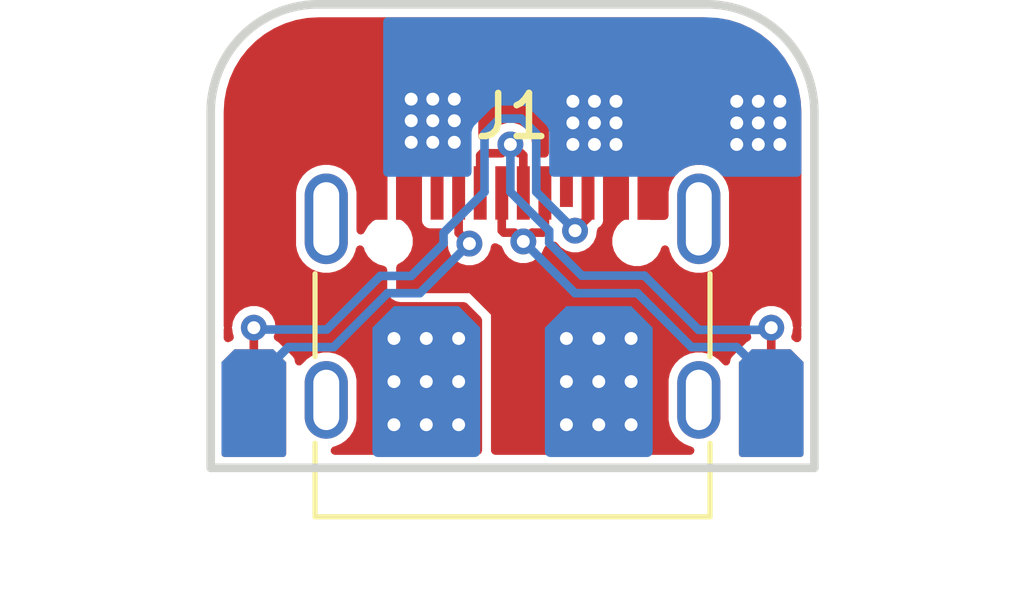
<source format=kicad_pcb>
(kicad_pcb (version 20240108) (generator "pcbnew") (generator_version "8.0")
  (layers (0 "F.Cu" signal) (31 "B.Cu" signal) (34 "B.Paste" user) (35 "F.Paste" user) (36 "B.SilkS" user "B.Silkscreen") (37 "F.SilkS" user "F.Silkscreen") (38 "B.Mask" user) (39 "F.Mask" user) (44 "Edge.Cuts" user))
  (net 0 "")
  (net 1 "Net-(U1-D+)")
  (net 2 "Net-(U1-D-)")
  (net 4 "Net-(U1-GND)")
  (net 5 "Net-(J1-CC1)")
  (net 6 "Net-(U1-VBUS)")
  (net 7 "Net-(J1-CC2)")
  (footprint "Connector_USB:USB_C_Receptacle_G-Switch_GT-USB-7010ASV" (layer "F.Cu") (at 100 97.35)
    (property "Reference" "J1" (at 0 -5.5 0) (layer "F.SilkS"))
    (property "Value" "USB_C_Receptacle_USB2.0_14P")
    (fp_line (start -4.58 -1.85) (end -4.58 0.07) (stroke (width 0.12)) (layer "F.SilkS"))
    (fp_line (start -4.58 3.785) (end -4.58 2.08) (stroke (width 0.12)) (layer "F.SilkS"))
    (fp_line (start 4.58 0.07) (end 4.58 -1.85) (stroke (width 0.12)) (layer "F.SilkS"))
    (fp_line (start 4.58 2.08) (end 4.58 3.785) (stroke (width 0.12)) (layer "F.SilkS"))
    (fp_line (start 4.58 3.785) (end -4.58 3.785) (stroke (width 0.12)) (layer "F.SilkS"))
    (pad "" np_thru_hole circle (at -2.89 -2.605) (size 0.65 0.65) (drill 0.65) (layers "*.Cu" "*.Mask"))
    (pad "" np_thru_hole circle (at 2.89 -2.605) (size 0.65 0.65) (drill 0.65) (layers "*.Cu" "*.Mask"))
    (pad "A1" smd rect (at -3.2 -3.725) (size 0.6 1.24) (layers "F.Cu" "F.Paste" "F.Mask") (net 4 "Net-(U1-GND)"))
    (pad "A4" smd rect (at -2.4 -3.725) (size 0.6 1.24) (layers "F.Cu" "F.Paste" "F.Mask") (net 6 "Net-(U1-VBUS)"))
    (pad "A5" smd rect (at -1.25 -3.725) (size 0.3 1.24) (layers "F.Cu" "F.Paste" "F.Mask") (net 5 "Net-(J1-CC1)"))
    (pad "A6" smd rect (at -0.25 -3.725) (size 0.3 1.24) (layers "F.Cu" "F.Paste" "F.Mask") (net 1 "Net-(U1-D+)"))
    (pad "A7" smd rect (at 0.25 -3.725) (size 0.3 1.24) (layers "F.Cu" "F.Paste" "F.Mask") (net 2 "Net-(U1-D-)"))
    (pad "A8" smd rect (at 1.25 -3.8725) (size 0.3 0.945) (layers "F.Cu" "F.Paste" "F.Mask"))
    (pad "A9" smd rect (at 2.4 -3.725) (size 0.6 1.24) (layers "F.Cu" "F.Paste" "F.Mask") (net 6 "Net-(U1-VBUS)"))
    (pad "A12" smd rect (at 3.2 -3.725) (size 0.6 1.24) (layers "F.Cu" "F.Paste" "F.Mask") (net 4 "Net-(U1-GND)"))
    (pad "B1" smd rect (at 3.2 -3.725) (size 0.6 1.24) (layers "F.Cu" "F.Paste" "F.Mask") (net 4 "Net-(U1-GND)"))
    (pad "B4" smd rect (at 2.4 -3.725) (size 0.6 1.24) (layers "F.Cu" "F.Paste" "F.Mask") (net 6 "Net-(U1-VBUS)"))
    (pad "B5" smd rect (at 1.75 -3.725) (size 0.3 1.24) (layers "F.Cu" "F.Paste" "F.Mask") (net 7 "Net-(J1-CC2)"))
    (pad "B6" smd rect (at 0.75 -3.725) (size 0.3 1.24) (layers "F.Cu" "F.Paste" "F.Mask") (net 1 "Net-(U1-D+)"))
    (pad "B7" smd rect (at -0.75 -3.725) (size 0.3 1.24) (layers "F.Cu" "F.Paste" "F.Mask") (net 2 "Net-(U1-D-)"))
    (pad "B8" smd rect (at -1.75 -3.725) (size 0.3 1.24) (layers "F.Cu" "F.Paste" "F.Mask"))
    (pad "B9" smd rect (at -2.4 -3.725) (size 0.6 1.24) (layers "F.Cu" "F.Paste" "F.Mask") (net 6 "Net-(U1-VBUS)"))
    (pad "B12" smd rect (at -3.2 -3.725) (size 0.6 1.24) (layers "F.Cu" "F.Paste" "F.Mask") (net 4 "Net-(U1-GND)"))
    (pad "S1" thru_hole oval (at -4.32 -3.125) (size 1 2.1) (drill oval 0.6 1.7) (layers "*.Cu" "*.Mask"))
    (pad "S1" thru_hole oval (at -4.32 1.075) (size 1 1.8) (drill oval 0.6 1.4) (layers "*.Cu" "*.Mask"))
    (pad "S1" thru_hole oval (at 4.32 -3.125) (size 1 2.1) (drill oval 0.6 1.7) (layers "*.Cu" "*.Mask"))
    (pad "S1" thru_hole oval (at 4.32 1.075) (size 1 1.8) (drill oval 0.6 1.4) (layers "*.Cu" "*.Mask"))
  )
  (footprint "Type-C-Recessed:Type-C-Recessed-PD Tombstone" (layer "F.Cu") (at 100 100)
    (property "Reference" "U1" (hide yes))
    (property "Value" "~")
    (pad "1" smd roundrect (at -2 -2) (size 2.5 3.5) (layers "B.Cu" "B.Mask") (roundrect_rratio 0.05) (chamfer_ratio 0.2) (chamfer top_left top_right) (net 4 "Net-(U1-GND)"))
    (pad "2" smd roundrect (at 2 -2) (size 2.5 3.5) (layers "B.Cu" "B.Mask") (roundrect_rratio 0.05) (chamfer_ratio 0.2) (chamfer top_left top_right) (net 6 "Net-(U1-VBUS)"))
    (pad "3" smd roundrect (at -6 -1.5) (size 1.5 2.5) (layers "B.Cu" "B.Mask") (roundrect_rratio 0.05) (chamfer_ratio 0.2) (chamfer top_left top_right) (net 5 "Net-(J1-CC1)"))
    (pad "4" smd roundrect (at -6 -1.5) (size 1.5 2.5) (layers "F.Cu" "F.Mask") (roundrect_rratio 0.05) (chamfer_ratio 0.2) (chamfer top_left top_right) (net 7 "Net-(J1-CC2)"))
    (pad "5" smd roundrect (at 6 -1.5) (size 1.5 2.5) (layers "B.Cu" "B.Mask") (roundrect_rratio 0.05) (chamfer_ratio 0.2) (chamfer top_left top_right) (net 1 "Net-(U1-D+)"))
    (pad "6" smd roundrect (at 6 -1.5) (size 1.5 2.5) (layers "F.Cu" "F.Mask") (roundrect_rratio 0.05) (chamfer_ratio 0.2) (chamfer top_left top_right) (net 2 "Net-(U1-D-)"))
  )
  (gr_line (start 93 100) (end 93 91.75) (stroke (width 0.2)) (layer "Edge.Cuts"))
  (gr_line (start 107 100) (end 93 100) (stroke (width 0.2)) (layer "Edge.Cuts"))
  (gr_arc (start 104.5 89.25) (mid 106.267767 89.982233) (end 107 91.75) (stroke (width 0.2)) (layer "Edge.Cuts"))
  (gr_line (start 107 91.75) (end 107 100) (stroke (width 0.2)) (layer "Edge.Cuts"))
  (gr_arc (start 93 91.75) (mid 93.732233 89.982233) (end 95.5 89.25) (stroke (width 0.2)) (layer "Edge.Cuts"))
  (gr_line (start 95.5 89.25) (end 104.5 89.25) (stroke (width 0.2)) (layer "Edge.Cuts"))
  (segment (start 100.75 94.495) (end 100.75 93.625) (width 0.2) (layer "F.Cu") (net 1))
  (segment (start 100.045 94.545) (end 99.8 94.545) (width 0.2) (layer "F.Cu") (net 1))
  (segment (start 100.455 94.545) (end 100.7 94.545) (width 0.2) (layer "F.Cu") (net 1))
  (segment (start 100.7 94.545) (end 100.75 94.495) (width 0.2) (layer "F.Cu") (net 1))
  (segment (start 100.25 94.75) (end 100.045 94.545) (width 0.2) (layer "F.Cu") (net 1))
  (segment (start 99.75 94.495) (end 99.75 93.625) (width 0.2) (layer "F.Cu") (net 1))
  (segment (start 100.25 94.75) (end 100.455 94.545) (width 0.2) (layer "F.Cu") (net 1))
  (segment (start 99.8 94.545) (end 99.75 94.495) (width 0.2) (layer "F.Cu") (net 1))
  (via (at 100.25 94.75) (size 0.6) (drill 0.3) (layers "F.Cu" "B.Cu") (net 1))
  (segment (start 100.25 94.75) (end 101.45 95.95) (width 0.2) (layer "B.Cu") (net 1))
  (segment (start 101.45 95.95) (end 102.9 95.95) (width 0.2) (layer "B.Cu") (net 1))
  (segment (start 106 98) (end 106 98.5) (width 0.2) (layer "B.Cu") (net 1))
  (segment (start 104.15 97.2) (end 105.2 97.2) (width 0.2) (layer "B.Cu") (net 1))
  (segment (start 102.9 95.95) (end 104.15 97.2) (width 0.2) (layer "B.Cu") (net 1))
  (segment (start 105.2 97.2) (end 106 98) (width 0.2) (layer "B.Cu") (net 1))
  (segment (start 100.25 92.755) (end 100.25 93.625) (width 0.2) (layer "F.Cu") (net 2))
  (segment (start 106 96.75) (end 106 98.5) (width 0.2) (layer "F.Cu") (net 2))
  (segment (start 99.745 92.705) (end 99.3 92.705) (width 0.2) (layer "F.Cu") (net 2))
  (segment (start 99.95 92.5) (end 100.155 92.705) (width 0.2) (layer "F.Cu") (net 2))
  (segment (start 100.2 92.705) (end 100.25 92.755) (width 0.2) (layer "F.Cu") (net 2))
  (segment (start 99.3 92.705) (end 99.25 92.755) (width 0.2) (layer "F.Cu") (net 2))
  (segment (start 99.25 92.755) (end 99.25 93.625) (width 0.2) (layer "F.Cu") (net 2))
  (segment (start 99.95 92.5) (end 99.745 92.705) (width 0.2) (layer "F.Cu") (net 2))
  (segment (start 100.155 92.705) (end 100.2 92.705) (width 0.2) (layer "F.Cu") (net 2))
  (via (at 99.95 92.5) (size 0.6) (drill 0.3) (layers "F.Cu" "B.Cu") (net 2))
  (via (at 106 96.75) (size 0.6) (drill 0.3) (layers "F.Cu" "B.Cu") (net 2))
  (segment (start 104.315686 96.8) (end 103.057843 95.542157) (width 0.2) (layer "B.Cu") (net 2))
  (segment (start 100.85 94.501471) (end 99.95 93.601471) (width 0.2) (layer "B.Cu") (net 2))
  (segment (start 101.607843 95.542157) (end 100.85 94.784314) (width 0.2) (layer "B.Cu") (net 2))
  (segment (start 99.95 93.601471) (end 99.95 92.5) (width 0.2) (layer "B.Cu") (net 2))
  (segment (start 100.85 94.784314) (end 100.85 94.501471) (width 0.2) (layer "B.Cu") (net 2))
  (segment (start 105.95 96.8) (end 104.315686 96.8) (width 0.2) (layer "B.Cu") (net 2))
  (segment (start 106 96.75) (end 105.95 96.8) (width 0.2) (layer "B.Cu") (net 2))
  (segment (start 103.057843 95.542157) (end 101.607843 95.542157) (width 0.2) (layer "B.Cu") (net 2))
  (via (at 98.75 97) (size 0.6) (drill 0.3) (layers "F.Cu" "B.Cu") (net 4))
  (via (at 98 99) (size 0.6) (drill 0.3) (layers "F.Cu" "B.Cu") (net 4))
  (via (at 98.75 98) (size 0.6) (drill 0.3) (layers "F.Cu" "B.Cu") (net 4))
  (via (at 98 98) (size 0.6) (drill 0.3) (layers "F.Cu" "B.Cu") (net 4))
  (via (at 97.25 98) (size 0.6) (drill 0.3) (layers "F.Cu" "B.Cu") (net 4))
  (via (at 98.75 99) (size 0.6) (drill 0.3) (layers "F.Cu" "B.Cu") (net 4))
  (via (at 98 97) (size 0.6) (drill 0.3) (layers "F.Cu" "B.Cu") (net 4))
  (via (at 97.25 97) (size 0.6) (drill 0.3) (layers "F.Cu" "B.Cu") (net 4))
  (via (at 97.25 99) (size 0.6) (drill 0.3) (layers "F.Cu" "B.Cu") (net 4))
  (segment (start 98.75 94.55) (end 98.75 93.625) (width 0.2) (layer "F.Cu") (net 5))
  (segment (start 99 94.8) (end 98.75 94.55) (width 0.2) (layer "F.Cu") (net 5))
  (via (at 99 94.8) (size 0.6) (drill 0.3) (layers "F.Cu" "B.Cu") (net 5))
  (segment (start 97.85 95.95) (end 97.1 95.95) (width 0.2) (layer "B.Cu") (net 5))
  (segment (start 94.8 97.2) (end 94 98) (width 0.2) (layer "B.Cu") (net 5))
  (segment (start 97.1 95.95) (end 95.85 97.2) (width 0.2) (layer "B.Cu") (net 5))
  (segment (start 95.85 97.2) (end 94.8 97.2) (width 0.2) (layer "B.Cu") (net 5))
  (segment (start 99 94.8) (end 97.85 95.95) (width 0.2) (layer "B.Cu") (net 5))
  (segment (start 94 98) (end 94 98.5) (width 0.2) (layer "B.Cu") (net 5))
  (via (at 105.2 91.5) (size 0.6) (drill 0.3) (layers "F.Cu" "B.Cu") (net 6))
  (via (at 101.25 98) (size 0.6) (drill 0.3) (layers "F.Cu" "B.Cu") (net 6))
  (via (at 101.4 91.5) (size 0.6) (drill 0.3) (layers "F.Cu" "B.Cu") (net 6))
  (via (at 105.7 92) (size 0.6) (drill 0.3) (layers "F.Cu" "B.Cu") (net 6))
  (via (at 101.25 99) (size 0.6) (drill 0.3) (layers "F.Cu" "B.Cu") (net 6))
  (via (at 102 99) (size 0.6) (drill 0.3) (layers "F.Cu" "B.Cu") (net 6))
  (via (at 101.4 92) (size 0.6) (drill 0.3) (layers "F.Cu" "B.Cu") (net 6))
  (via (at 105.7 92.5) (size 0.6) (drill 0.3) (layers "F.Cu" "B.Cu") (net 6))
  (via (at 101.9 91.5) (size 0.6) (drill 0.3) (layers "F.Cu" "B.Cu") (net 6))
  (via (at 102.75 99) (size 0.6) (drill 0.3) (layers "F.Cu" "B.Cu") (net 6))
  (via (at 97.65 91.95) (size 0.6) (drill 0.3) (layers "F.Cu" "B.Cu") (net 6))
  (via (at 105.2 92.5) (size 0.6) (drill 0.3) (layers "F.Cu" "B.Cu") (net 6))
  (via (at 101.25 97) (size 0.6) (drill 0.3) (layers "F.Cu" "B.Cu") (net 6))
  (via (at 106.2 92.5) (size 0.6) (drill 0.3) (layers "F.Cu" "B.Cu") (net 6))
  (via (at 97.65 91.45) (size 0.6) (drill 0.3) (layers "F.Cu" "B.Cu") (net 6))
  (via (at 102.4 91.5) (size 0.6) (drill 0.3) (layers "F.Cu" "B.Cu") (net 6))
  (via (at 98.15 91.45) (size 0.6) (drill 0.3) (layers "F.Cu" "B.Cu") (net 6))
  (via (at 98.65 91.45) (size 0.6) (drill 0.3) (layers "F.Cu" "B.Cu") (net 6))
  (via (at 102.4 92.5) (size 0.6) (drill 0.3) (layers "F.Cu" "B.Cu") (net 6))
  (via (at 102 98) (size 0.6) (drill 0.3) (layers "F.Cu" "B.Cu") (net 6))
  (via (at 106.2 91.5) (size 0.6) (drill 0.3) (layers "F.Cu" "B.Cu") (net 6))
  (via (at 98.65 92.45) (size 0.6) (drill 0.3) (layers "F.Cu" "B.Cu") (net 6))
  (via (at 105.2 92) (size 0.6) (drill 0.3) (layers "F.Cu" "B.Cu") (net 6))
  (via (at 98.65 91.95) (size 0.6) (drill 0.3) (layers "F.Cu" "B.Cu") (net 6))
  (via (at 101.9 92.5) (size 0.6) (drill 0.3) (layers "F.Cu" "B.Cu") (net 6))
  (via (at 98.15 92.45) (size 0.6) (drill 0.3) (layers "F.Cu" "B.Cu") (net 6))
  (via (at 106.2 92) (size 0.6) (drill 0.3) (layers "F.Cu" "B.Cu") (net 6))
  (via (at 102.75 98) (size 0.6) (drill 0.3) (layers "F.Cu" "B.Cu") (net 6))
  (via (at 102.75 97) (size 0.6) (drill 0.3) (layers "F.Cu" "B.Cu") (net 6))
  (via (at 102.4 92) (size 0.6) (drill 0.3) (layers "F.Cu" "B.Cu") (net 6))
  (via (at 102 97) (size 0.6) (drill 0.3) (layers "F.Cu" "B.Cu") (net 6))
  (via (at 105.7 91.5) (size 0.6) (drill 0.3) (layers "F.Cu" "B.Cu") (net 6))
  (via (at 97.65 92.45) (size 0.6) (drill 0.3) (layers "F.Cu" "B.Cu") (net 6))
  (via (at 98.15 91.95) (size 0.6) (drill 0.3) (layers "F.Cu" "B.Cu") (net 6))
  (via (at 101.9 92) (size 0.6) (drill 0.3) (layers "F.Cu" "B.Cu") (net 6))
  (via (at 101.4 92.5) (size 0.6) (drill 0.3) (layers "F.Cu" "B.Cu") (net 6))
  (segment (start 101.45 94.5) (end 101.75 94.2) (width 0.2) (layer "F.Cu") (net 7))
  (segment (start 94 96.75) (end 94 98.5) (width 0.2) (layer "F.Cu") (net 7))
  (segment (start 101.75 94.2) (end 101.75 93.625) (width 0.2) (layer "F.Cu") (net 7))
  (via (at 94 96.75) (size 0.6) (drill 0.3) (layers "F.Cu" "B.Cu") (net 7))
  (via (at 101.45 94.5) (size 0.6) (drill 0.3) (layers "F.Cu" "B.Cu") (net 7))
  (segment (start 100.55 93.6) (end 101.45 94.5) (width 0.2) (layer "B.Cu") (net 7))
  (segment (start 97.65 95.55) (end 98.4 94.8) (width 0.2) (layer "B.Cu") (net 7))
  (segment (start 99.701471 91.9) (end 100.2 91.9) (width 0.2) (layer "B.Cu") (net 7))
  (segment (start 98.4 94.8) (end 98.4 94.55) (width 0.2) (layer "B.Cu") (net 7))
  (segment (start 100.55 92.25) (end 100.55 93.6) (width 0.2) (layer "B.Cu") (net 7))
  (segment (start 100.2 91.9) (end 100.55 92.25) (width 0.2) (layer "B.Cu") (net 7))
  (segment (start 96.934314 95.55) (end 97.65 95.55) (width 0.2) (layer "B.Cu") (net 7))
  (segment (start 95.692157 96.792157) (end 96.934314 95.55) (width 0.2) (layer "B.Cu") (net 7))
  (segment (start 99.35 92.251471) (end 99.701471 91.9) (width 0.2) (layer "B.Cu") (net 7))
  (segment (start 98.4 94.55) (end 99.35 93.6) (width 0.2) (layer "B.Cu") (net 7))
  (segment (start 94.042157 96.792157) (end 95.692157 96.792157) (width 0.2) (layer "B.Cu") (net 7))
  (segment (start 94 96.75) (end 94.042157 96.792157) (width 0.2) (layer "B.Cu") (net 7))
  (segment (start 99.35 93.6) (end 99.35 92.251471) (width 0.2) (layer "B.Cu") (net 7))
  (zone (net 4) (net_name "Net-(U1-GND)") (layer "F.Cu") (connect_pads yes (clearance 0.2)) (min_thickness 0.2) (fill yes (thermal_gap 0.5) (thermal_bridge_width 0.5))
    (polygon (pts (xy 96.25 100) (xy 93 100) (xy 93 89.25) (xy 104.75 89.25) (xy 104.75 94.25) (xy 97.3 94.25) (xy 97.3 95.95) (xy 99 95.95) (xy 99.5 96.45) (xy 99.5 100)))
  )
  (zone (net 6) (net_name "Net-(U1-VBUS)") (layer "F.Cu") (priority 1) (connect_pads yes (clearance 0.2)) (min_thickness 0.2) (fill yes (thermal_gap 0.5) (thermal_bridge_width 0.5))
    (polygon (pts (xy 107 100) (xy 107 89.25) (xy 104.75 89.25) (xy 104.75 94.5) (xy 102.75 94.5) (xy 102.75 91.15) (xy 101.05 91.15) (xy 101.050138 92.933296) (xy 99 92.916342) (xy 99 91.1) (xy 97.3 91.1) (xy 97.3 95.95) (xy 99 95.95) (xy 99.5 96.45) (xy 99.5 100)))
  )
  (zone (net 6) (net_name "Net-(U1-VBUS)") (layer "B.Cu") (priority 2) (connect_pads yes (clearance 0.2)) (min_thickness 0.2) (fill yes (thermal_gap 0.5) (thermal_bridge_width 0.5))
    (polygon (pts (xy 97 93.25) (xy 97 89.25) (xy 107 89.25) (xy 107 93.25)))
  )
)
</source>
